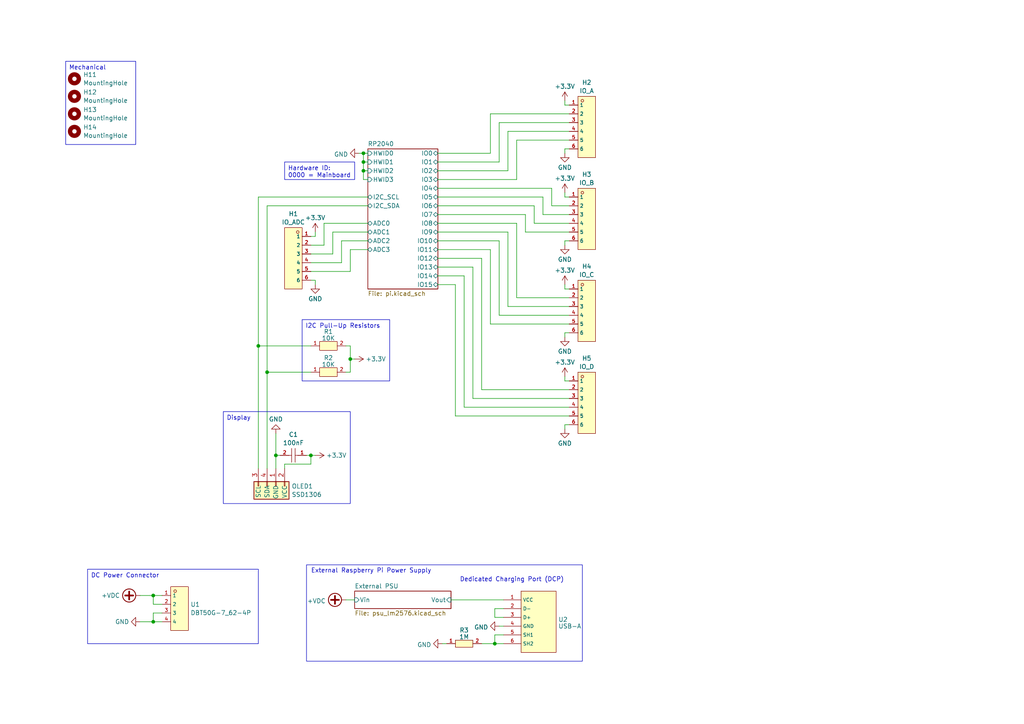
<source format=kicad_sch>
(kicad_sch (version 20230121) (generator eeschema)
  (paper "A4")
  (title_block (title "Dispensy Mainboard") (date "2024-01-10") (rev "0") (company "DrinkRobotics") (comment 1 "https://git.xythobuz.de/thomas/Dispensy") (comment 3 "PCB Thickness: 1mm") (comment 4 "DRAFT DRAFT DRAFT DRAFT DRAFT"))
  (lib_symbols
    (symbol "Mechanical:MountingHole" (pin_names (offset 1.016))
      (property "Reference" "H" (at 0 5.08 0))
      (property "Value" "MountingHole" (at 0 3.175 0))
      (symbol "MountingHole_0_1"
        (circle (center 0 0) (radius 1.27) (stroke (width 1.27)))
      )
    )
    (symbol "SSD1306:SSD1306" (pin_names (offset 1.016))
      (property "Reference" "OLED" (at 0 5.08 0))
      (property "Value" "SSD1306" (at 0 -7.62 0))
      (symbol "SSD1306_1_1"
        (rectangle (start -1.27 -4.953) (end 0 -5.207) (stroke (width 0.1524)))
        (rectangle (start -1.27 -2.413) (end 0 -2.667) (stroke (width 0.1524)))
        (rectangle (start -1.27 0.127) (end 0 -0.127) (stroke (width 0.1524)))
        (rectangle (start -1.27 2.667) (end 0 2.413) (stroke (width 0.1524)))
        (rectangle (start -1.27 3.81) (end 3.81 -6.35) (stroke (width 0.254)) (fill (type background)))
        (pin power_in line (at -5.08 0 0) (length 3.81) (name "GND") (number "1"))
        (pin power_in line (at -5.08 2.54 0) (length 3.81) (name "VCC") (number "2"))
        (pin input line (at -5.08 -5.08 0) (length 3.81) (name "SCL") (number "3"))
        (pin bidirectional line (at -5.08 -2.54 0) (length 3.81) (name "SDA") (number "4"))
      )
    )
    (symbol "jlc:AC0402FR-071ML" (pin_names hide)
      (property "Reference" "R" (at 0 1.27 0))
      (property "Value" "AC0402FR-071ML" (at 0 -2.54 0))
      (symbol "AC0402FR-071ML_0_1"
        (rectangle (start -2.54 1.016) (end 2.54 -1.016) (fill (type background)))
        (pin unspecified line (at -5.08 0 0) (length 2.54) (name "1") (number "1"))
        (pin unspecified line (at 5.08 0 180) (length 2.54) (name "2") (number "2"))
      )
    )
    (symbol "jlc:CC0402KRX7R8BB104" (pin_names hide)
      (property "Reference" "C" (at 0 1.27 0))
      (property "Value" "CC0402KRX7R8BB104" (at 0 -2.54 0))
      (symbol "CC0402KRX7R8BB104_0_1"
        (polyline (pts (xy -1.27 0) (xy -0.508 0)))
        (polyline (pts (xy -0.508 2.032) (xy -0.508 -2.032)))
        (polyline (pts (xy 0.508 0) (xy 1.27 0)))
        (polyline (pts (xy 0.508 2.032) (xy 0.508 -2.032)))
        (pin input line (at -3.81 0 0) (length 2.54) (name "1") (number "1"))
        (pin input line (at 3.81 0 180) (length 2.54) (name "2") (number "2"))
      )
    )
    (symbol "jlc:CR-02FL6---10K" (pin_names hide)
      (property "Reference" "R" (at 0 1.27 0))
      (property "Value" "CR-02FL6---10K" (at 0 -2.54 0))
      (symbol "CR-02FL6---10K_0_1"
        (rectangle (start -2.54 1.27) (end 2.54 -1.27) (fill (type background)))
        (pin unspecified line (at -5.08 0 0) (length 2.54) (name "1") (number "1"))
        (pin unspecified line (at 5.08 0 180) (length 2.54) (name "2") (number "2"))
      )
    )
    (symbol "jlc:DBT50G-7_62-4P"
      (property "Reference" "U" (at 0 1.27 0))
      (property "Value" "DBT50G-7_62-4P" (at 0 -2.54 0))
      (symbol "DBT50G-7_62-4P_0_1"
        (rectangle (start -2.54 6.35) (end 2.54 -6.35) (fill (type background)))
        (circle (center -1.27 5.08) (radius 0.381) (fill (type background)))
        (pin unspecified line (at -5.08 3.81 0) (length 2.54) (name "1") (number "1"))
        (pin unspecified line (at -5.08 1.27 0) (length 2.54) (name "2") (number "2"))
        (pin unspecified line (at -5.08 -1.27 0) (length 2.54) (name "3") (number "3"))
        (pin unspecified line (at -5.08 -3.81 0) (length 2.54) (name "4") (number "4"))
      )
    )
    (symbol "jlc:Header-Female-2_54_1x6"
      (property "Reference" "H" (at 0 1.27 0))
      (property "Value" "Header-Female-2_54_1x6" (at 0 -2.54 0))
      (symbol "Header-Female-2_54_1x6_0_1"
        (rectangle (start -2.54 8.89) (end 2.54 -8.89) (fill (type background)))
        (circle (center -1.27 7.62) (radius 0.381) (fill (type background)))
        (pin unspecified line (at -5.08 6.35 0) (length 2.54) (name "1") (number "1"))
        (pin unspecified line (at -5.08 3.81 0) (length 2.54) (name "2") (number "2"))
        (pin unspecified line (at -5.08 1.27 0) (length 2.54) (name "3") (number "3"))
        (pin unspecified line (at -5.08 -1.27 0) (length 2.54) (name "4") (number "4"))
        (pin unspecified line (at -5.08 -3.81 0) (length 2.54) (name "5") (number "5"))
        (pin unspecified line (at -5.08 -6.35 0) (length 2.54) (name "6") (number "6"))
      )
    )
    (symbol "jlc:U-USBAR04P-F000"
      (property "Reference" "U" (at 0 1.27 0))
      (property "Value" "U-USBAR04P-F000" (at 0 -2.54 0))
      (symbol "U-USBAR04P-F000_0_1"
        (rectangle (start -2.54 10.16) (end 7.62 -7.62) (fill (type background)))
        (pin unspecified line (at -7.62 7.62 0) (length 5.08) (name "VCC") (number "1"))
        (pin unspecified line (at -7.62 5.08 0) (length 5.08) (name "D-") (number "2"))
        (pin unspecified line (at -7.62 2.54 0) (length 5.08) (name "D+") (number "3"))
        (pin unspecified line (at -7.62 0 0) (length 5.08) (name "GND") (number "4"))
        (pin unspecified line (at -7.62 -2.54 0) (length 5.08) (name "SH1") (number "5"))
        (pin unspecified line (at -7.62 -5.08 0) (length 5.08) (name "SH2") (number "6"))
      )
    )
    (symbol "power:+3.3V" (power) (pin_names (offset 0))
      (property "Value" "+3.3V" (at 0 3.556 0))
      (symbol "+3.3V_0_1"
        (polyline (pts (xy -0.762 1.27) (xy 0 2.54)))
        (polyline (pts (xy 0 0) (xy 0 2.54)))
        (polyline (pts (xy 0 2.54) (xy 0.762 1.27)))
      )
      (symbol "+3.3V_1_1"
        (pin power_in line (at 0 0 90) (length 0) hide (name "+3.3V") (number "1"))
      )
    )
    (symbol "power:+VDC" (power) (pin_names (offset 0))
      (property "Value" "+VDC" (at 0 6.35 0))
      (symbol "+VDC_0_1"
        (polyline (pts (xy -1.143 3.175) (xy 1.143 3.175)) (stroke (width 0.508)))
        (polyline (pts (xy 0 0) (xy 0 1.27)))
        (polyline (pts (xy 0 2.032) (xy 0 4.318)) (stroke (width 0.508)))
        (circle (center 0 3.175) (radius 1.905) (stroke (width 0.254)))
      )
      (symbol "+VDC_1_1"
        (pin power_in line (at 0 0 90) (length 0) hide (name "+VDC") (number "1"))
      )
    )
    (symbol "power:GND" (power) (pin_names (offset 0))
      (property "Value" "GND" (at 0 -3.81 0))
      (symbol "GND_0_1"
        (polyline (pts (xy 0 0) (xy 0 -1.27) (xy 1.27 -1.27) (xy 0 -2.54) (xy -1.27 -1.27) (xy 0 -1.27)))
      )
      (symbol "GND_1_1"
        (pin power_in line (at 0 0 270) (length 0) hide (name "GND") (number "1"))
      )
    )
  )
  (junction (at 44.45 172.72))
  (junction (at 101.6 104.14))
  (junction (at 44.45 180.34))
  (junction (at 77.47 107.95))
  (junction (at 143.51 186.69))
  (junction (at 74.93 100.33))
  (junction (at 105.41 46.99))
  (junction (at 105.41 49.53))
  (junction (at 80.01 132.08))
  (junction (at 90.17 132.08))
  (junction (at 105.41 44.45))
  (wire (pts (xy 143.51 186.69) (xy 139.7 186.69)))
  (wire (pts (xy 143.51 176.53) (xy 146.05 176.53)))
  (wire (pts (xy 104.14 44.45) (xy 105.41 44.45)))
  (wire (pts (xy 90.17 134.62) (xy 90.17 132.08)))
  (wire (pts (xy 147.32 49.53) (xy 127 49.53)))
  (wire (pts (xy 82.55 135.89) (xy 82.55 134.62)))
  (wire (pts (xy 165.1 88.9) (xy 147.32 88.9)))
  (wire (pts (xy 80.01 132.08) (xy 80.01 135.89)))
  (wire (pts (xy 44.45 177.8) (xy 44.45 180.34)))
  (wire (pts (xy 163.83 30.48) (xy 163.83 29.21)))
  (wire (pts (xy 163.83 43.18) (xy 163.83 44.45)))
  (wire (pts (xy 142.24 72.39) (xy 127 72.39)))
  (wire (pts (xy 144.78 69.85) (xy 127 69.85)))
  (wire (pts (xy 77.47 107.95) (xy 77.47 59.69)))
  (wire (pts (xy 46.99 177.8) (xy 44.45 177.8)))
  (wire (pts (xy 77.47 59.69) (xy 106.68 59.69)))
  (wire (pts (xy 163.83 110.49) (xy 163.83 109.22)))
  (wire (pts (xy 100.33 107.95) (xy 101.6 107.95)))
  (wire (pts (xy 101.6 78.74) (xy 101.6 72.39)))
  (wire (pts (xy 147.32 88.9) (xy 147.32 67.31)))
  (wire (pts (xy 77.47 107.95) (xy 90.17 107.95)))
  (wire (pts (xy 101.6 104.14) (xy 102.87 104.14)))
  (wire (pts (xy 132.08 120.65) (xy 165.1 120.65)))
  (wire (pts (xy 165.1 67.31) (xy 152.4 67.31)))
  (wire (pts (xy 80.01 125.73) (xy 80.01 132.08)))
  (wire (pts (xy 127 82.55) (xy 132.08 82.55)))
  (wire (pts (xy 144.78 181.61) (xy 146.05 181.61)))
  (wire (pts (xy 106.68 52.07) (xy 105.41 52.07)))
  (wire (pts (xy 105.41 52.07) (xy 105.41 49.53)))
  (wire (pts (xy 132.08 82.55) (xy 132.08 120.65)))
  (wire (pts (xy 144.78 46.99) (xy 127 46.99)))
  (wire (pts (xy 165.1 110.49) (xy 163.83 110.49)))
  (wire (pts (xy 44.45 175.26) (xy 44.45 172.72)))
  (wire (pts (xy 165.1 96.52) (xy 163.83 96.52)))
  (wire (pts (xy 137.16 115.57) (xy 137.16 77.47)))
  (wire (pts (xy 139.7 113.03) (xy 139.7 74.93)))
  (wire (pts (xy 90.17 78.74) (xy 101.6 78.74)))
  (wire (pts (xy 74.93 57.15) (xy 106.68 57.15)))
  (wire (pts (xy 165.1 62.23) (xy 157.48 62.23)))
  (wire (pts (xy 160.02 54.61) (xy 160.02 59.69)))
  (wire (pts (xy 40.64 180.34) (xy 44.45 180.34)))
  (wire (pts (xy 128.27 186.69) (xy 129.54 186.69)))
  (wire (pts (xy 165.1 118.11) (xy 134.62 118.11)))
  (wire (pts (xy 88.9 132.08) (xy 90.17 132.08)))
  (wire (pts (xy 44.45 172.72) (xy 46.99 172.72)))
  (wire (pts (xy 147.32 38.1) (xy 147.32 49.53)))
  (wire (pts (xy 144.78 35.56) (xy 144.78 46.99)))
  (wire (pts (xy 165.1 30.48) (xy 163.83 30.48)))
  (wire (pts (xy 99.06 76.2) (xy 99.06 69.85)))
  (wire (pts (xy 165.1 69.85) (xy 163.83 69.85)))
  (wire (pts (xy 74.93 135.89) (xy 74.93 100.33)))
  (wire (pts (xy 101.6 72.39) (xy 106.68 72.39)))
  (wire (pts (xy 142.24 33.02) (xy 142.24 44.45)))
  (wire (pts (xy 90.17 68.58) (xy 91.44 68.58)))
  (wire (pts (xy 90.17 76.2) (xy 99.06 76.2)))
  (wire (pts (xy 146.05 179.07) (xy 143.51 179.07)))
  (wire (pts (xy 91.44 81.28) (xy 91.44 82.55)))
  (wire (pts (xy 165.1 57.15) (xy 163.83 57.15)))
  (wire (pts (xy 101.6 107.95) (xy 101.6 104.14)))
  (wire (pts (xy 77.47 135.89) (xy 77.47 107.95)))
  (wire (pts (xy 165.1 83.82) (xy 163.83 83.82)))
  (wire (pts (xy 105.41 49.53) (xy 105.41 46.99)))
  (wire (pts (xy 143.51 184.15) (xy 143.51 186.69)))
  (wire (pts (xy 160.02 59.69) (xy 165.1 59.69)))
  (wire (pts (xy 100.33 173.99) (xy 102.87 173.99)))
  (wire (pts (xy 157.48 57.15) (xy 127 57.15)))
  (wire (pts (xy 154.94 64.77) (xy 154.94 59.69)))
  (wire (pts (xy 165.1 43.18) (xy 163.83 43.18)))
  (wire (pts (xy 165.1 91.44) (xy 144.78 91.44)))
  (wire (pts (xy 144.78 35.56) (xy 165.1 35.56)))
  (wire (pts (xy 149.86 40.64) (xy 149.86 52.07)))
  (wire (pts (xy 142.24 44.45) (xy 127 44.45)))
  (wire (pts (xy 91.44 68.58) (xy 91.44 67.31)))
  (wire (pts (xy 80.01 132.08) (xy 81.28 132.08)))
  (wire (pts (xy 165.1 93.98) (xy 142.24 93.98)))
  (wire (pts (xy 165.1 64.77) (xy 154.94 64.77)))
  (wire (pts (xy 106.68 46.99) (xy 105.41 46.99)))
  (wire (pts (xy 146.05 184.15) (xy 143.51 184.15)))
  (wire (pts (xy 149.86 86.36) (xy 149.86 64.77)))
  (wire (pts (xy 90.17 73.66) (xy 96.52 73.66)))
  (wire (pts (xy 90.17 71.12) (xy 93.98 71.12)))
  (wire (pts (xy 147.32 67.31) (xy 127 67.31)))
  (wire (pts (xy 40.64 172.72) (xy 44.45 172.72)))
  (wire (pts (xy 142.24 93.98) (xy 142.24 72.39)))
  (wire (pts (xy 46.99 175.26) (xy 44.45 175.26)))
  (wire (pts (xy 165.1 115.57) (xy 137.16 115.57)))
  (wire (pts (xy 101.6 100.33) (xy 101.6 104.14)))
  (wire (pts (xy 105.41 46.99) (xy 105.41 44.45)))
  (wire (pts (xy 90.17 81.28) (xy 91.44 81.28)))
  (wire (pts (xy 157.48 62.23) (xy 157.48 57.15)))
  (wire (pts (xy 130.81 173.99) (xy 146.05 173.99)))
  (wire (pts (xy 163.83 57.15) (xy 163.83 55.88)))
  (wire (pts (xy 152.4 67.31) (xy 152.4 62.23)))
  (wire (pts (xy 44.45 180.34) (xy 46.99 180.34)))
  (wire (pts (xy 74.93 100.33) (xy 90.17 100.33)))
  (wire (pts (xy 147.32 38.1) (xy 165.1 38.1)))
  (wire (pts (xy 144.78 91.44) (xy 144.78 69.85)))
  (wire (pts (xy 100.33 100.33) (xy 101.6 100.33)))
  (wire (pts (xy 90.17 132.08) (xy 91.44 132.08)))
  (wire (pts (xy 105.41 44.45) (xy 106.68 44.45)))
  (wire (pts (xy 93.98 71.12) (xy 93.98 64.77)))
  (wire (pts (xy 139.7 74.93) (xy 127 74.93)))
  (wire (pts (xy 99.06 69.85) (xy 106.68 69.85)))
  (wire (pts (xy 163.83 96.52) (xy 163.83 97.79)))
  (wire (pts (xy 163.83 123.19) (xy 163.83 124.46)))
  (wire (pts (xy 93.98 64.77) (xy 106.68 64.77)))
  (wire (pts (xy 154.94 59.69) (xy 127 59.69)))
  (wire (pts (xy 152.4 62.23) (xy 127 62.23)))
  (wire (pts (xy 149.86 40.64) (xy 165.1 40.64)))
  (wire (pts (xy 127 54.61) (xy 160.02 54.61)))
  (wire (pts (xy 134.62 80.01) (xy 127 80.01)))
  (wire (pts (xy 142.24 33.02) (xy 165.1 33.02)))
  (wire (pts (xy 149.86 52.07) (xy 127 52.07)))
  (wire (pts (xy 96.52 67.31) (xy 106.68 67.31)))
  (wire (pts (xy 163.83 69.85) (xy 163.83 71.12)))
  (wire (pts (xy 105.41 49.53) (xy 106.68 49.53)))
  (wire (pts (xy 165.1 113.03) (xy 139.7 113.03)))
  (wire (pts (xy 74.93 100.33) (xy 74.93 57.15)))
  (wire (pts (xy 143.51 186.69) (xy 146.05 186.69)))
  (wire (pts (xy 163.83 83.82) (xy 163.83 82.55)))
  (wire (pts (xy 134.62 118.11) (xy 134.62 80.01)))
  (wire (pts (xy 82.55 134.62) (xy 90.17 134.62)))
  (wire (pts (xy 165.1 86.36) (xy 149.86 86.36)))
  (wire (pts (xy 149.86 64.77) (xy 127 64.77)))
  (wire (pts (xy 143.51 179.07) (xy 143.51 176.53)))
  (wire (pts (xy 96.52 73.66) (xy 96.52 67.31)))
  (wire (pts (xy 165.1 123.19) (xy 163.83 123.19)))
  (wire (pts (xy 137.16 77.47) (xy 127 77.47)))
  (rectangle (start 88.9 163.83) (end 168.91 191.77))
  (text_box "Hardware ID:\n0000 = Mainboard" (at 82.55 46.99 0) (size 20.32 5.08) (effects (font (size 1.27 1.27)) (justify left top)))
  (text_box "DC Power Connector" (at 25.4 165.1 0) (size 49.53 21.59) (effects (font (size 1.27 1.27)) (justify left top)))
  (text_box "I2C Pull-Up Resistors" (at 87.63 92.71 0) (size 25.4 17.78) (effects (font (size 1.27 1.27)) (justify left top)))
  (text_box "Display" (at 64.77 119.38 0) (size 36.83 26.67) (effects (font (size 1.27 1.27)) (justify left top)))
  (text_box "Mechanical" (at 19.05 17.78 0) (size 20.32 24.13) (effects (font (size 1.27 1.27)) (justify left top)))
  (text "Dedicated Charging Port (DCP)" (at 133.35 168.91 0) (effects (font (size 1.27 1.27)) (justify left bottom)))
  (text "External Raspberry Pi Power Supply" (at 90.17 166.37 0) (effects (font (size 1.27 1.27)) (justify left bottom)))
  (symbol (lib_id "Mechanical:MountingHole") (at 21.59 22.86 0) (unit 1)
    (property "Reference" "H11" (at 24.13 21.6479 0) (effects (justify left)))
    (property "Value" "MountingHole" (at 24.13 24.0721 0) (effects (justify left)))
    (property "Footprint" "MountingHole:MountingHole_3.2mm_M3_Pad_TopBottom" (effects hide))
  )
  (symbol (lib_id "power:+3.3V") (at 163.83 82.55 0) (unit 1)
    (property "Reference" "#PWR016" (effects hide))
    (property "Value" "+3.3V" (at 163.83 78.4169 0))
  )
  (symbol (lib_id "jlc:CC0402KRX7R8BB104") (at 85.09 132.08 180) (unit 1)
    (property "Reference" "C1" (at 85.09 126.0307 0))
    (property "Value" "100nF" (at 85.09 128.4549 0))
    (property "Footprint" "jlc_footprints:C0402" (effects hide))
    (property "Datasheet" "https://item.szlcsc.com/15869.html" (effects hide))
    (property "LCSC" "C105883" (effects hide))
    (property "Capacitance" "100nF" (effects hide))
  )
  (symbol (lib_id "SSD1306:SSD1306") (at 80.01 140.97 270) (unit 1)
    (property "Reference" "OLED1" (at 84.582 141.0279 90) (effects (justify left)))
    (property "Value" "SSD1306" (at 84.582 143.4521 90) (effects (justify left)))
    (property "Footprint" "extern:SSD1306_0.96_Oled" (effects hide))
  )
  (symbol (lib_id "power:GND") (at 80.01 125.73 180) (unit 1)
    (property "Reference" "#PWR03" (effects hide))
    (property "Value" "GND" (at 80.01 121.5969 0))
  )
  (symbol (lib_id "power:GND") (at 144.78 181.61 270) (unit 1)
    (property "Reference" "#PWR011" (effects hide))
    (property "Value" "GND" (at 141.6051 181.9268 90) (effects (justify right)))
  )
  (symbol (lib_id "Mechanical:MountingHole") (at 21.59 33.02 0) (unit 1)
    (property "Reference" "H13" (at 24.13 31.8079 0) (effects (justify left)))
    (property "Value" "MountingHole" (at 24.13 34.2321 0) (effects (justify left)))
    (property "Footprint" "MountingHole:MountingHole_3.2mm_M3_Pad_TopBottom" (effects hide))
  )
  (symbol (lib_id "jlc:U-USBAR04P-F000") (at 153.67 181.61 0) (unit 1)
    (property "Reference" "U2" (at 161.925 179.6963 0) (effects (justify left)))
    (property "Value" "USB-A" (at 161.925 181.6173 0) (effects (justify left)))
    (property "Footprint" "jlc_footprints:USB-A-TH_USB-302-T" (effects hide))
    (property "Datasheet" "https://item.szlcsc.com/113689.html" (effects hide))
    (property "LCSC" "C386740" (effects hide))
  )
  (symbol (lib_id "power:GND") (at 163.83 97.79 0) (unit 1)
    (property "Reference" "#PWR017" (effects hide))
    (property "Value" "GND" (at 163.83 101.9231 0))
  )
  (symbol (lib_id "jlc:CR-02FL6---10K") (at 95.25 107.95 0) (unit 1)
    (property "Reference" "R2" (at 95.25 103.7971 0))
    (property "Value" "10K" (at 95.25 105.7181 0))
    (property "Footprint" "jlc_footprints:R0402" (effects hide))
    (property "Datasheet" "https://item.szlcsc.com/323315.html" (effects hide))
    (property "LCSC" "C406733" (effects hide))
    (property "Resistance" "10kΩ" (effects hide))
  )
  (symbol (lib_id "jlc:Header-Female-2_54_1x6") (at 170.18 116.84 0) (unit 1)
    (property "Reference" "H5" (at 170.18 103.9327 0))
    (property "Value" "IO_D" (at 170.18 106.3569 0))
    (property "Footprint" "jlc_footprints:HDR-TH_6P-P2.54-V-F" (effects hide))
    (property "Datasheet" "https://so.szlcsc.com/global.html?c=&k=C40877" (effects hide))
    (property "LCSC" "C40877" (effects hide))
  )
  (symbol (lib_id "jlc:Header-Female-2_54_1x6") (at 170.18 36.83 0) (unit 1)
    (property "Reference" "H2" (at 170.18 23.9227 0))
    (property "Value" "IO_A" (at 170.18 26.3469 0))
    (property "Footprint" "jlc_footprints:HDR-TH_6P-P2.54-V-F" (effects hide))
    (property "Datasheet" "https://so.szlcsc.com/global.html?c=&k=C40877" (effects hide))
    (property "LCSC" "C40877" (effects hide))
  )
  (symbol (lib_id "power:+3.3V") (at 102.87 104.14 270) (unit 1)
    (property "Reference" "#PWR08" (effects hide))
    (property "Value" "+3.3V" (at 106.045 104.14 90) (effects (justify left)))
  )
  (symbol (lib_id "power:GND") (at 128.27 186.69 270) (unit 1)
    (property "Reference" "#PWR010" (effects hide))
    (property "Value" "GND" (at 125.0951 187.0068 90) (effects (justify right)))
  )
  (symbol (lib_id "power:+VDC") (at 40.64 172.72 90) (unit 1)
    (property "Reference" "#PWR01" (effects hide))
    (property "Value" "+VDC" (at 34.798 172.72 90) (effects (justify left)))
  )
  (symbol (lib_id "Mechanical:MountingHole") (at 21.59 27.94 0) (unit 1)
    (property "Reference" "H12" (at 24.13 26.7279 0) (effects (justify left)))
    (property "Value" "MountingHole" (at 24.13 29.1521 0) (effects (justify left)))
    (property "Footprint" "MountingHole:MountingHole_3.2mm_M3_Pad_TopBottom" (effects hide))
  )
  (symbol (lib_id "jlc:DBT50G-7_62-4P") (at 52.07 176.53 0) (unit 1)
    (property "Reference" "U1" (at 55.245 175.3179 0) (effects (justify left)))
    (property "Value" "DBT50G-7_62-4P" (at 55.245 177.7421 0) (effects (justify left)))
    (property "Footprint" "jlc_footprints:CONN-TH_4P-P7.62_L15.2-W31.7-EX4.2" (effects hide))
    (property "Datasheet" "https://item.szlcsc.com/512151.html?ref=editor&logined=true" (effects hide))
    (property "LCSC" "C496132" (effects hide))
  )
  (symbol (lib_id "jlc:AC0402FR-071ML") (at 134.62 186.69 0) (unit 1)
    (property "Reference" "R3" (at 134.62 182.7911 0))
    (property "Value" "1M" (at 134.62 184.7121 0))
    (property "Footprint" "jlc_footprints:R0402" (effects hide))
    (property "Datasheet" "https://item.szlcsc.com/323315.html" (effects hide))
    (property "LCSC" "C144787" (effects hide))
    (property "Resistance" "1MΩ" (effects hide))
  )
  (symbol (lib_id "power:GND") (at 104.14 44.45 270) (unit 1)
    (property "Reference" "#PWR09" (effects hide))
    (property "Value" "GND" (at 100.9651 44.7668 90) (effects (justify right)))
  )
  (symbol (lib_id "power:GND") (at 163.83 124.46 0) (unit 1)
    (property "Reference" "#PWR019" (effects hide))
    (property "Value" "GND" (at 163.83 128.5931 0))
  )
  (symbol (lib_id "power:GND") (at 91.44 82.55 0) (mirror y) (unit 1)
    (property "Reference" "#PWR05" (effects hide))
    (property "Value" "GND" (at 91.44 86.6831 0))
  )
  (symbol (lib_id "power:+VDC") (at 100.33 173.99 90) (unit 1)
    (property "Reference" "#PWR07" (effects hide))
    (property "Value" "+VDC" (at 94.488 174.3068 90) (effects (justify left)))
  )
  (symbol (lib_id "power:+3.3V") (at 163.83 29.21 0) (unit 1)
    (property "Reference" "#PWR012" (effects hide))
    (property "Value" "+3.3V" (at 163.83 25.0769 0))
  )
  (symbol (lib_id "power:+3.3V") (at 163.83 109.22 0) (unit 1)
    (property "Reference" "#PWR018" (effects hide))
    (property "Value" "+3.3V" (at 163.83 105.0869 0))
  )
  (symbol (lib_id "power:+3.3V") (at 91.44 67.31 0) (mirror y) (unit 1)
    (property "Reference" "#PWR04" (effects hide))
    (property "Value" "+3.3V" (at 91.44 63.1769 0))
  )
  (symbol (lib_id "jlc:Header-Female-2_54_1x6") (at 170.18 90.17 0) (unit 1)
    (property "Reference" "H4" (at 170.18 77.2627 0))
    (property "Value" "IO_C" (at 170.18 79.6869 0))
    (property "Footprint" "jlc_footprints:HDR-TH_6P-P2.54-V-F" (effects hide))
    (property "Datasheet" "https://so.szlcsc.com/global.html?c=&k=C40877" (effects hide))
    (property "LCSC" "C40877" (effects hide))
  )
  (symbol (lib_id "power:GND") (at 40.64 180.34 270) (unit 1)
    (property "Reference" "#PWR02" (effects hide))
    (property "Value" "GND" (at 37.4651 180.34 90) (effects (justify right)))
  )
  (symbol (lib_id "power:GND") (at 163.83 44.45 0) (unit 1)
    (property "Reference" "#PWR013" (effects hide))
    (property "Value" "GND" (at 163.83 48.5831 0))
  )
  (symbol (lib_id "power:GND") (at 163.83 71.12 0) (unit 1)
    (property "Reference" "#PWR015" (effects hide))
    (property "Value" "GND" (at 163.83 75.2531 0))
  )
  (symbol (lib_id "power:+3.3V") (at 91.44 132.08 270) (unit 1)
    (property "Reference" "#PWR06" (effects hide))
    (property "Value" "+3.3V" (at 94.615 132.08 90) (effects (justify left)))
  )
  (symbol (lib_id "jlc:Header-Female-2_54_1x6") (at 85.09 74.93 0) (mirror y) (unit 1)
    (property "Reference" "H1" (at 85.09 62.0227 0))
    (property "Value" "IO_ADC" (at 85.09 64.4469 0))
    (property "Footprint" "jlc_footprints:HDR-TH_6P-P2.54-V-F" (effects hide))
    (property "Datasheet" "https://so.szlcsc.com/global.html?c=&k=C40877" (effects hide))
    (property "LCSC" "C40877" (effects hide))
  )
  (symbol (lib_id "power:+3.3V") (at 163.83 55.88 0) (unit 1)
    (property "Reference" "#PWR014" (effects hide))
    (property "Value" "+3.3V" (at 163.83 51.7469 0))
  )
  (symbol (lib_id "jlc:Header-Female-2_54_1x6") (at 170.18 63.5 0) (unit 1)
    (property "Reference" "H3" (at 170.18 50.5927 0))
    (property "Value" "IO_B" (at 170.18 53.0169 0))
    (property "Footprint" "jlc_footprints:HDR-TH_6P-P2.54-V-F" (effects hide))
    (property "Datasheet" "https://so.szlcsc.com/global.html?c=&k=C40877" (effects hide))
    (property "LCSC" "C40877" (effects hide))
  )
  (symbol (lib_id "jlc:CR-02FL6---10K") (at 95.25 100.33 0) (unit 1)
    (property "Reference" "R1" (at 95.25 96.1771 0))
    (property "Value" "10K" (at 95.25 98.0981 0))
    (property "Footprint" "jlc_footprints:R0402" (effects hide))
    (property "Datasheet" "https://item.szlcsc.com/323315.html" (effects hide))
    (property "LCSC" "C406733" (effects hide))
    (property "Resistance" "10kΩ" (effects hide))
  )
  (symbol (lib_id "Mechanical:MountingHole") (at 21.59 38.1 0) (unit 1)
    (property "Reference" "H14" (at 24.13 36.8879 0) (effects (justify left)))
    (property "Value" "MountingHole" (at 24.13 39.3121 0) (effects (justify left)))
    (property "Footprint" "MountingHole:MountingHole_3.2mm_M3_Pad_TopBottom" (effects hide))
  )
  (sheet (at 102.87 171.45) (size 27.94 5.08) (stroke (width 0.1524))
    (property "Sheetname" "External PSU" (at 102.87 170.7384 0) (effects (justify left bottom)))
    (property "Sheetfile" "psu_lm2576.kicad_sch" (at 102.87 177.1146 0) (effects (justify left top)))
    (pin "Vout" input (at 130.81 173.99 0))
    (pin "Vin" input (at 102.87 173.99 180))
  )
  (sheet (at 106.68 43.18) (size 20.32 40.64) (stroke (width 0.1524))
    (property "Sheetname" "RP2040" (at 106.68 42.4684 0) (effects (justify left bottom)))
    (property "Sheetfile" "pi.kicad_sch" (at 106.68 84.4046 0) (effects (justify left top)))
    (pin "IO8" bidirectional (at 127 64.77 0))
    (pin "IO9" bidirectional (at 127 67.31 0))
    (pin "IO5" bidirectional (at 127 57.15 0))
    (pin "IO6" bidirectional (at 127 59.69 0))
    (pin "IO7" bidirectional (at 127 62.23 0))
    (pin "IO4" bidirectional (at 127 54.61 0))
    (pin "IO3" bidirectional (at 127 52.07 0))
    (pin "IO2" bidirectional (at 127 49.53 0))
    (pin "IO1" bidirectional (at 127 46.99 0))
    (pin "IO0" bidirectional (at 127 44.45 0))
    (pin "IO15" bidirectional (at 127 82.55 0))
    (pin "IO14" bidirectional (at 127 80.01 0))
    (pin "ADC1" bidirectional (at 106.68 67.31 180))
    (pin "ADC2" bidirectional (at 106.68 69.85 180))
    (pin "ADC3" bidirectional (at 106.68 72.39 180))
    (pin "ADC0" bidirectional (at 106.68 64.77 180))
    (pin "IO12" bidirectional (at 127 74.93 0))
    (pin "I2C_SDA" bidirectional (at 106.68 59.69 180))
    (pin "IO13" bidirectional (at 127 77.47 0))
    (pin "IO10" bidirectional (at 127 69.85 0))
    (pin "IO11" bidirectional (at 127 72.39 0))
    (pin "I2C_SCL" bidirectional (at 106.68 57.15 180))
    (pin "HWID2" input (at 106.68 49.53 180))
    (pin "HWID3" input (at 106.68 52.07 180))
    (pin "HWID0" input (at 106.68 44.45 180))
    (pin "HWID1" input (at 106.68 46.99 180))
  )
)
</source>
